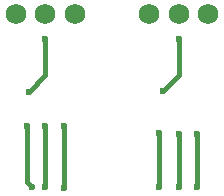
<source format=gbr>
%TF.GenerationSoftware,KiCad,Pcbnew,9.0.6-rc2*%
%TF.CreationDate,2025-11-10T17:57:54-08:00*%
%TF.ProjectId,FPC_Trigger_Board,4650435f-5472-4696-9767-65725f426f61,rev?*%
%TF.SameCoordinates,Original*%
%TF.FileFunction,Copper,L2,Bot*%
%TF.FilePolarity,Positive*%
%FSLAX46Y46*%
G04 Gerber Fmt 4.6, Leading zero omitted, Abs format (unit mm)*
G04 Created by KiCad (PCBNEW 9.0.6-rc2) date 2025-11-10 17:57:54*
%MOMM*%
%LPD*%
G01*
G04 APERTURE LIST*
%TA.AperFunction,ViaPad*%
%ADD10C,0.600000*%
%TD*%
%TA.AperFunction,ViaPad*%
%ADD11C,1.750000*%
%TD*%
%TA.AperFunction,Conductor*%
%ADD12C,0.450000*%
%TD*%
G04 APERTURE END LIST*
D10*
%TO.N,GND*%
X227366902Y-156845000D03*
X227366902Y-161366200D03*
%TO.N,+3V3*%
X225679000Y-156794200D03*
X225679000Y-161366200D03*
D11*
%TO.N,ADC_0*%
X218556600Y-146735800D03*
D10*
X217627200Y-156159200D03*
X217627200Y-161417000D03*
D11*
%TO.N,ADC_1*%
X229866902Y-146735800D03*
D10*
X228939193Y-161340800D03*
X228939193Y-156845000D03*
%TO.N,+3V3L*%
X214919100Y-161340300D03*
X214487800Y-156184600D03*
%TO.N,GNDL*%
X216052400Y-161391600D03*
X216052400Y-156184600D03*
D11*
%TO.N,PAD_1L*%
X213556600Y-146735800D03*
D10*
%TO.N,PAD_2L*%
X216077800Y-148793200D03*
X214655400Y-153289000D03*
D11*
X216056600Y-146735800D03*
%TO.N,PAD_1R*%
X224866902Y-146735800D03*
D10*
%TO.N,PAD_2R*%
X226034600Y-153238200D03*
X227406200Y-148818600D03*
D11*
X227366902Y-146735800D03*
%TD*%
D12*
%TO.N,GND*%
X227366902Y-156845000D02*
X227366902Y-161366200D01*
%TO.N,+3V3*%
X225679000Y-156794200D02*
X225679000Y-161366200D01*
%TO.N,ADC_0*%
X217627200Y-156159200D02*
X217627200Y-161417000D01*
%TO.N,ADC_1*%
X228939193Y-156845000D02*
X228939193Y-161340800D01*
%TO.N,+3V3L*%
X214487800Y-156184600D02*
X214487800Y-160909000D01*
X214487800Y-160909000D02*
X214919100Y-161340300D01*
%TO.N,GNDL*%
X216052400Y-156184600D02*
X216052400Y-161391600D01*
%TO.N,PAD_2L*%
X216077800Y-151866600D02*
X216077800Y-148793200D01*
X214655400Y-153289000D02*
X216077800Y-151866600D01*
%TO.N,PAD_2R*%
X226034600Y-153238200D02*
X227406200Y-151866600D01*
X227406200Y-151866600D02*
X227406200Y-148818600D01*
%TD*%
M02*

</source>
